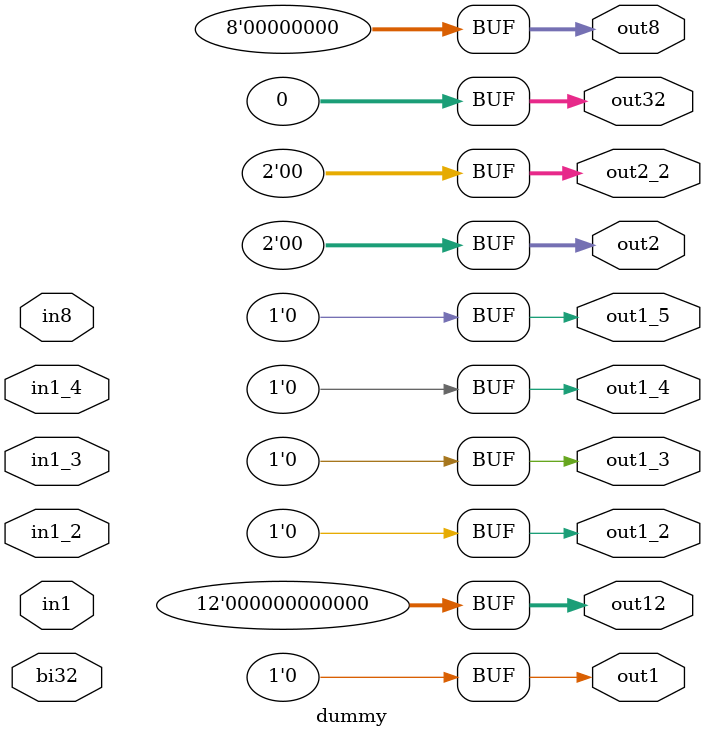
<source format=v>
module dummy(in1,in8,in1_2,out32,out8,out1,out12,out1_2,out1_3,out1_4,out1_5,
                in1_3,out2,out2_2,in1_4,bi32);
    input in1;
    input [7:0] in8;
    input in1_2;
    output [31:0] out32;
    output [7:0] out8;
    output out1;
    output [11:0] out12;
    output out1_2;
    output out1_3;
    output out1_4;
    output out1_5;
    input in1_3;
    output [1:0] out2;
    output [1:0] out2_2;
    input in1_4;
    inout [31:0] bi32;

	assign {out32, out8, out1, out12, out1_2, out1_3, out1_4, out1_5, out2, out2_2} = 0;


endmodule

</source>
